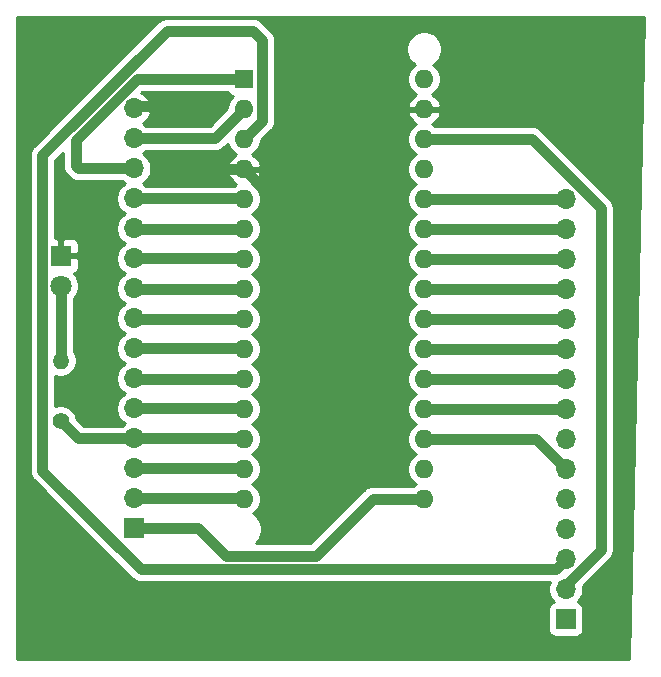
<source format=gbr>
%TF.GenerationSoftware,KiCad,Pcbnew,(5.1.6)-1*%
%TF.CreationDate,2020-08-28T22:53:53+02:00*%
%TF.ProjectId,pcbdesign,70636264-6573-4696-976e-2e6b69636164,rev?*%
%TF.SameCoordinates,Original*%
%TF.FileFunction,Copper,L1,Top*%
%TF.FilePolarity,Positive*%
%FSLAX46Y46*%
G04 Gerber Fmt 4.6, Leading zero omitted, Abs format (unit mm)*
G04 Created by KiCad (PCBNEW (5.1.6)-1) date 2020-08-28 22:53:53*
%MOMM*%
%LPD*%
G01*
G04 APERTURE LIST*
%TA.AperFunction,ComponentPad*%
%ADD10R,1.700000X1.700000*%
%TD*%
%TA.AperFunction,ComponentPad*%
%ADD11O,1.700000X1.700000*%
%TD*%
%TA.AperFunction,ComponentPad*%
%ADD12R,1.600000X1.600000*%
%TD*%
%TA.AperFunction,ComponentPad*%
%ADD13O,1.600000X1.600000*%
%TD*%
%TA.AperFunction,ComponentPad*%
%ADD14R,1.800000X1.800000*%
%TD*%
%TA.AperFunction,ComponentPad*%
%ADD15C,1.800000*%
%TD*%
%TA.AperFunction,ComponentPad*%
%ADD16C,1.400000*%
%TD*%
%TA.AperFunction,ComponentPad*%
%ADD17O,1.400000X1.400000*%
%TD*%
%TA.AperFunction,ViaPad*%
%ADD18C,0.800000*%
%TD*%
%TA.AperFunction,Conductor*%
%ADD19C,0.900000*%
%TD*%
%TA.AperFunction,Conductor*%
%ADD20C,0.254000*%
%TD*%
G04 APERTURE END LIST*
D10*
%TO.P,J1,1*%
%TO.N,Net-(A1-Pad16)*%
X97625874Y-129753609D03*
D11*
%TO.P,J1,2*%
%TO.N,Net-(A1-Pad15)*%
X97625874Y-127213609D03*
%TO.P,J1,3*%
%TO.N,Net-(A1-Pad14)*%
X97625874Y-124673609D03*
%TO.P,J1,4*%
%TO.N,Net-(A1-Pad13)*%
X97625874Y-122133609D03*
%TO.P,J1,5*%
%TO.N,Net-(A1-Pad12)*%
X97625874Y-119593609D03*
%TO.P,J1,6*%
%TO.N,Net-(A1-Pad11)*%
X97625874Y-117053609D03*
%TO.P,J1,7*%
%TO.N,Net-(A1-Pad10)*%
X97625874Y-114513609D03*
%TO.P,J1,8*%
%TO.N,Net-(A1-Pad9)*%
X97625874Y-111973609D03*
%TO.P,J1,9*%
%TO.N,Net-(A1-Pad8)*%
X97625874Y-109433609D03*
%TO.P,J1,10*%
%TO.N,Net-(A1-Pad7)*%
X97625874Y-106893609D03*
%TO.P,J1,11*%
%TO.N,Net-(A1-Pad6)*%
X97625874Y-104353609D03*
%TO.P,J1,12*%
%TO.N,Net-(A1-Pad5)*%
X97625874Y-101813609D03*
%TO.P,J1,13*%
%TO.N,Net-(A1-Pad1)*%
X97625874Y-99273609D03*
%TO.P,J1,14*%
%TO.N,Net-(A1-Pad2)*%
X97625874Y-96733609D03*
%TO.P,J1,15*%
%TO.N,GND*%
X97625874Y-94193609D03*
%TD*%
D12*
%TO.P,A1,1*%
%TO.N,Net-(A1-Pad1)*%
X106965001Y-91715001D03*
D13*
%TO.P,A1,17*%
%TO.N,Net-(A1-Pad17)*%
X122205001Y-124735001D03*
%TO.P,A1,2*%
%TO.N,Net-(A1-Pad2)*%
X106965001Y-94255001D03*
%TO.P,A1,18*%
%TO.N,Net-(A1-Pad18)*%
X122205001Y-122195001D03*
%TO.P,A1,3*%
%TO.N,Net-(A1-Pad3)*%
X106965001Y-96795001D03*
%TO.P,A1,19*%
%TO.N,Net-(A1-Pad19)*%
X122205001Y-119655001D03*
%TO.P,A1,4*%
%TO.N,GND*%
X106965001Y-99335001D03*
%TO.P,A1,20*%
%TO.N,Net-(A1-Pad20)*%
X122205001Y-117115001D03*
%TO.P,A1,5*%
%TO.N,Net-(A1-Pad5)*%
X106965001Y-101875001D03*
%TO.P,A1,21*%
%TO.N,Net-(A1-Pad21)*%
X122205001Y-114575001D03*
%TO.P,A1,6*%
%TO.N,Net-(A1-Pad6)*%
X106965001Y-104415001D03*
%TO.P,A1,22*%
%TO.N,Net-(A1-Pad22)*%
X122205001Y-112035001D03*
%TO.P,A1,7*%
%TO.N,Net-(A1-Pad7)*%
X106965001Y-106955001D03*
%TO.P,A1,23*%
%TO.N,Net-(A1-Pad23)*%
X122205001Y-109495001D03*
%TO.P,A1,8*%
%TO.N,Net-(A1-Pad8)*%
X106965001Y-109495001D03*
%TO.P,A1,24*%
%TO.N,Net-(A1-Pad24)*%
X122205001Y-106955001D03*
%TO.P,A1,9*%
%TO.N,Net-(A1-Pad9)*%
X106965001Y-112035001D03*
%TO.P,A1,25*%
%TO.N,Net-(A1-Pad25)*%
X122205001Y-104415001D03*
%TO.P,A1,10*%
%TO.N,Net-(A1-Pad10)*%
X106965001Y-114575001D03*
%TO.P,A1,26*%
%TO.N,Net-(A1-Pad26)*%
X122205001Y-101875001D03*
%TO.P,A1,11*%
%TO.N,Net-(A1-Pad11)*%
X106965001Y-117115001D03*
%TO.P,A1,27*%
%TO.N,+1V5*%
X122205001Y-99335001D03*
%TO.P,A1,12*%
%TO.N,Net-(A1-Pad12)*%
X106965001Y-119655001D03*
%TO.P,A1,28*%
%TO.N,Net-(A1-Pad28)*%
X122205001Y-96795001D03*
%TO.P,A1,13*%
%TO.N,Net-(A1-Pad13)*%
X106965001Y-122195001D03*
%TO.P,A1,29*%
%TO.N,GND*%
X122205001Y-94255001D03*
%TO.P,A1,14*%
%TO.N,Net-(A1-Pad14)*%
X106965001Y-124735001D03*
%TO.P,A1,30*%
%TO.N,Net-(A1-Pad30)*%
X122205001Y-91715001D03*
%TO.P,A1,15*%
%TO.N,Net-(A1-Pad15)*%
X106965001Y-127275001D03*
%TO.P,A1,16*%
%TO.N,Net-(A1-Pad16)*%
X122205001Y-127275001D03*
%TD*%
D14*
%TO.P,D1,1*%
%TO.N,GND*%
X91440000Y-106680000D03*
D15*
%TO.P,D1,2*%
%TO.N,Net-(D1-Pad2)*%
X91440000Y-109220000D03*
%TD*%
D11*
%TO.P,J2,15*%
%TO.N,Net-(A1-Pad26)*%
X134191782Y-101878186D03*
%TO.P,J2,14*%
%TO.N,Net-(A1-Pad25)*%
X134191782Y-104418186D03*
%TO.P,J2,13*%
%TO.N,Net-(A1-Pad24)*%
X134191782Y-106958186D03*
%TO.P,J2,12*%
%TO.N,Net-(A1-Pad23)*%
X134191782Y-109498186D03*
%TO.P,J2,11*%
%TO.N,Net-(A1-Pad22)*%
X134191782Y-112038186D03*
%TO.P,J2,10*%
%TO.N,Net-(A1-Pad21)*%
X134191782Y-114578186D03*
%TO.P,J2,9*%
%TO.N,Net-(A1-Pad20)*%
X134191782Y-117118186D03*
%TO.P,J2,8*%
%TO.N,Net-(A1-Pad19)*%
X134191782Y-119658186D03*
%TO.P,J2,7*%
%TO.N,Net-(J2-Pad7)*%
X134191782Y-122198186D03*
%TO.P,J2,6*%
%TO.N,Net-(A1-Pad18)*%
X134191782Y-124738186D03*
%TO.P,J2,5*%
%TO.N,Net-(J2-Pad5)*%
X134191782Y-127278186D03*
%TO.P,J2,4*%
%TO.N,Net-(J2-Pad4)*%
X134191782Y-129818186D03*
%TO.P,J2,3*%
%TO.N,Net-(A1-Pad3)*%
X134191782Y-132358186D03*
%TO.P,J2,2*%
%TO.N,Net-(A1-Pad28)*%
X134191782Y-134898186D03*
D10*
%TO.P,J2,1*%
%TO.N,Net-(J2-Pad1)*%
X134191782Y-137438186D03*
%TD*%
D16*
%TO.P,R1,1*%
%TO.N,Net-(A1-Pad13)*%
X91440000Y-120650000D03*
D17*
%TO.P,R1,2*%
%TO.N,Net-(D1-Pad2)*%
X91440000Y-115570000D03*
%TD*%
D18*
%TO.N,GND*%
X102870000Y-99060000D03*
X101600000Y-93980000D03*
%TD*%
D19*
%TO.N,Net-(A1-Pad1)*%
X97625874Y-99273609D02*
X92923609Y-99273609D01*
X92923609Y-99273609D02*
X92710000Y-99060000D01*
X92710000Y-99060000D02*
X92710000Y-96889481D01*
X97884480Y-91715001D02*
X106965001Y-91715001D01*
X92710000Y-96889481D02*
X97884480Y-91715001D01*
%TO.N,Net-(A1-Pad2)*%
X104486393Y-96733609D02*
X106965001Y-94255001D01*
X97625874Y-96733609D02*
X104486393Y-96733609D01*
%TO.N,Net-(A1-Pad18)*%
X131648597Y-122195001D02*
X134191782Y-124738186D01*
X122205001Y-122195001D02*
X131648597Y-122195001D01*
%TO.N,Net-(A1-Pad3)*%
X108505002Y-95255000D02*
X106965001Y-96795001D01*
X108505002Y-88435800D02*
X108505002Y-95255000D01*
X107704202Y-87635000D02*
X108505002Y-88435800D01*
X100408832Y-87635000D02*
X107704202Y-87635000D01*
X98210448Y-133208185D02*
X89889999Y-124887736D01*
X133341783Y-133208185D02*
X98210448Y-133208185D01*
X89889999Y-98153833D02*
X100408832Y-87635000D01*
X89889999Y-124887736D02*
X89889999Y-98153833D01*
X134191782Y-132358186D02*
X133341783Y-133208185D01*
%TO.N,Net-(A1-Pad19)*%
X122208186Y-119658186D02*
X122205001Y-119655001D01*
X134191782Y-119658186D02*
X122208186Y-119658186D01*
%TO.N,GND*%
X106965001Y-99335001D02*
X106955001Y-99335001D01*
X112181000Y-101179000D02*
X113030000Y-100330000D01*
X106955001Y-99335001D02*
X108799000Y-101179000D01*
X108799000Y-101179000D02*
X112181000Y-101179000D01*
X106965001Y-99335001D02*
X103145001Y-99335001D01*
X103145001Y-99335001D02*
X102870000Y-99060000D01*
X97839483Y-93980000D02*
X97625874Y-94193609D01*
X101600000Y-93980000D02*
X97839483Y-93980000D01*
%TO.N,Net-(A1-Pad20)*%
X134188597Y-117115001D02*
X134191782Y-117118186D01*
X122205001Y-117115001D02*
X134188597Y-117115001D01*
%TO.N,Net-(A1-Pad5)*%
X106903609Y-101813609D02*
X106965001Y-101875001D01*
X97625874Y-101813609D02*
X106903609Y-101813609D01*
%TO.N,Net-(A1-Pad21)*%
X122208186Y-114578186D02*
X122205001Y-114575001D01*
X134191782Y-114578186D02*
X122208186Y-114578186D01*
%TO.N,Net-(A1-Pad6)*%
X97687266Y-104415001D02*
X97625874Y-104353609D01*
X106965001Y-104415001D02*
X97687266Y-104415001D01*
%TO.N,Net-(A1-Pad22)*%
X134188597Y-112035001D02*
X134191782Y-112038186D01*
X122205001Y-112035001D02*
X134188597Y-112035001D01*
%TO.N,Net-(A1-Pad7)*%
X106903609Y-106893609D02*
X106965001Y-106955001D01*
X97625874Y-106893609D02*
X106903609Y-106893609D01*
%TO.N,Net-(A1-Pad23)*%
X122208186Y-109498186D02*
X122205001Y-109495001D01*
X134191782Y-109498186D02*
X122208186Y-109498186D01*
%TO.N,Net-(A1-Pad8)*%
X97687266Y-109495001D02*
X97625874Y-109433609D01*
X106965001Y-109495001D02*
X97687266Y-109495001D01*
%TO.N,Net-(A1-Pad24)*%
X134188597Y-106955001D02*
X134191782Y-106958186D01*
X122205001Y-106955001D02*
X134188597Y-106955001D01*
%TO.N,Net-(A1-Pad9)*%
X97687266Y-112035001D02*
X97625874Y-111973609D01*
X106965001Y-112035001D02*
X97687266Y-112035001D01*
%TO.N,Net-(A1-Pad25)*%
X122208186Y-104418186D02*
X122205001Y-104415001D01*
X134191782Y-104418186D02*
X122208186Y-104418186D01*
%TO.N,Net-(A1-Pad10)*%
X106903609Y-114513609D02*
X106965001Y-114575001D01*
X97625874Y-114513609D02*
X106903609Y-114513609D01*
%TO.N,Net-(A1-Pad26)*%
X134188597Y-101875001D02*
X134191782Y-101878186D01*
X122205001Y-101875001D02*
X134188597Y-101875001D01*
%TO.N,Net-(A1-Pad11)*%
X97687266Y-117115001D02*
X97625874Y-117053609D01*
X106965001Y-117115001D02*
X97687266Y-117115001D01*
%TO.N,Net-(A1-Pad12)*%
X106903609Y-119593609D02*
X106965001Y-119655001D01*
X97625874Y-119593609D02*
X106903609Y-119593609D01*
%TO.N,Net-(A1-Pad28)*%
X131328599Y-96795001D02*
X137160000Y-102626402D01*
X122205001Y-96795001D02*
X131328599Y-96795001D01*
X137160000Y-131609970D02*
X134149970Y-134620000D01*
X137160000Y-102626402D02*
X137160000Y-131609970D01*
X134149970Y-134856374D02*
X134191782Y-134898186D01*
X134149970Y-134620000D02*
X134149970Y-134856374D01*
%TO.N,Net-(A1-Pad13)*%
X106903609Y-122133609D02*
X106965001Y-122195001D01*
X97625874Y-122133609D02*
X106903609Y-122133609D01*
X92923609Y-122133609D02*
X91440000Y-120650000D01*
X97625874Y-122133609D02*
X92923609Y-122133609D01*
%TO.N,Net-(A1-Pad14)*%
X106903609Y-124673609D02*
X106965001Y-124735001D01*
X97625874Y-124673609D02*
X106903609Y-124673609D01*
%TO.N,Net-(A1-Pad15)*%
X106903609Y-127213609D02*
X106965001Y-127275001D01*
X97625874Y-127213609D02*
X106903609Y-127213609D01*
%TO.N,Net-(A1-Pad16)*%
X97625874Y-129753609D02*
X103083609Y-129753609D01*
X103083609Y-129753609D02*
X105410000Y-132080000D01*
X105410000Y-132080000D02*
X113030000Y-132080000D01*
X117834999Y-127275001D02*
X122205001Y-127275001D01*
X113030000Y-132080000D02*
X117834999Y-127275001D01*
%TO.N,Net-(D1-Pad2)*%
X91440000Y-115570000D02*
X91440000Y-109220000D01*
%TD*%
D20*
%TO.N,GND*%
G36*
X139575919Y-140843000D02*
G01*
X87757000Y-140843000D01*
X87757000Y-98153833D01*
X88799751Y-98153833D01*
X88805000Y-98207129D01*
X88804999Y-124834450D01*
X88799751Y-124887736D01*
X88804999Y-124941022D01*
X88804999Y-124941029D01*
X88805656Y-124947697D01*
X88820699Y-125100433D01*
X88836409Y-125152221D01*
X88882740Y-125304955D01*
X88983490Y-125493446D01*
X89119077Y-125658658D01*
X89160473Y-125692631D01*
X97405557Y-133937716D01*
X97439526Y-133979107D01*
X97480917Y-134013076D01*
X97480921Y-134013080D01*
X97527711Y-134051479D01*
X97604738Y-134114694D01*
X97793228Y-134215444D01*
X97997751Y-134277485D01*
X98157154Y-134293185D01*
X98157162Y-134293185D01*
X98210448Y-134298433D01*
X98263734Y-134293185D01*
X132835029Y-134293185D01*
X132763850Y-134465028D01*
X132706782Y-134751926D01*
X132706782Y-135044446D01*
X132763850Y-135331344D01*
X132875792Y-135601597D01*
X133038307Y-135844818D01*
X133170162Y-135976673D01*
X133097602Y-135998684D01*
X132987288Y-136057649D01*
X132890597Y-136137001D01*
X132811245Y-136233692D01*
X132752280Y-136344006D01*
X132715970Y-136463704D01*
X132703710Y-136588186D01*
X132703710Y-138288186D01*
X132715970Y-138412668D01*
X132752280Y-138532366D01*
X132811245Y-138642680D01*
X132890597Y-138739371D01*
X132987288Y-138818723D01*
X133097602Y-138877688D01*
X133217300Y-138913998D01*
X133341782Y-138926258D01*
X135041782Y-138926258D01*
X135166264Y-138913998D01*
X135285962Y-138877688D01*
X135396276Y-138818723D01*
X135492967Y-138739371D01*
X135572319Y-138642680D01*
X135631284Y-138532366D01*
X135667594Y-138412668D01*
X135679854Y-138288186D01*
X135679854Y-136588186D01*
X135667594Y-136463704D01*
X135631284Y-136344006D01*
X135572319Y-136233692D01*
X135492967Y-136137001D01*
X135396276Y-136057649D01*
X135285962Y-135998684D01*
X135213402Y-135976673D01*
X135345257Y-135844818D01*
X135507772Y-135601597D01*
X135619714Y-135331344D01*
X135676782Y-135044446D01*
X135676782Y-134751926D01*
X135656156Y-134648235D01*
X137889531Y-132414861D01*
X137930922Y-132380892D01*
X137964891Y-132339501D01*
X137964895Y-132339497D01*
X138008343Y-132286555D01*
X138066509Y-132215680D01*
X138167259Y-132027190D01*
X138229300Y-131822667D01*
X138245000Y-131663264D01*
X138245000Y-131663257D01*
X138250248Y-131609971D01*
X138245000Y-131556685D01*
X138245000Y-102679687D01*
X138250248Y-102626401D01*
X138245000Y-102573115D01*
X138245000Y-102573108D01*
X138229300Y-102413705D01*
X138167259Y-102209182D01*
X138066509Y-102020692D01*
X138046838Y-101996722D01*
X137964895Y-101896875D01*
X137964891Y-101896871D01*
X137930922Y-101855480D01*
X137889531Y-101821511D01*
X132133494Y-96065475D01*
X132099521Y-96024079D01*
X131934309Y-95888492D01*
X131745819Y-95787742D01*
X131541296Y-95725701D01*
X131381893Y-95710001D01*
X131381885Y-95710001D01*
X131328599Y-95704753D01*
X131275313Y-95710001D01*
X123149397Y-95710001D01*
X123119760Y-95680364D01*
X122884728Y-95523321D01*
X122874136Y-95518934D01*
X123060132Y-95407386D01*
X123268520Y-95218415D01*
X123436038Y-94992421D01*
X123556247Y-94738088D01*
X123596905Y-94604040D01*
X123474916Y-94382001D01*
X122332001Y-94382001D01*
X122332001Y-94402001D01*
X122078001Y-94402001D01*
X122078001Y-94382001D01*
X120935086Y-94382001D01*
X120813097Y-94604040D01*
X120853755Y-94738088D01*
X120973964Y-94992421D01*
X121141482Y-95218415D01*
X121349870Y-95407386D01*
X121535866Y-95518934D01*
X121525274Y-95523321D01*
X121290242Y-95680364D01*
X121090364Y-95880242D01*
X120933321Y-96115274D01*
X120825148Y-96376427D01*
X120770001Y-96653666D01*
X120770001Y-96936336D01*
X120825148Y-97213575D01*
X120933321Y-97474728D01*
X121090364Y-97709760D01*
X121290242Y-97909638D01*
X121522760Y-98065001D01*
X121290242Y-98220364D01*
X121090364Y-98420242D01*
X120933321Y-98655274D01*
X120825148Y-98916427D01*
X120770001Y-99193666D01*
X120770001Y-99476336D01*
X120825148Y-99753575D01*
X120933321Y-100014728D01*
X121090364Y-100249760D01*
X121290242Y-100449638D01*
X121522760Y-100605001D01*
X121290242Y-100760364D01*
X121090364Y-100960242D01*
X120933321Y-101195274D01*
X120825148Y-101456427D01*
X120770001Y-101733666D01*
X120770001Y-102016336D01*
X120825148Y-102293575D01*
X120933321Y-102554728D01*
X121090364Y-102789760D01*
X121290242Y-102989638D01*
X121522760Y-103145001D01*
X121290242Y-103300364D01*
X121090364Y-103500242D01*
X120933321Y-103735274D01*
X120825148Y-103996427D01*
X120770001Y-104273666D01*
X120770001Y-104556336D01*
X120825148Y-104833575D01*
X120933321Y-105094728D01*
X121090364Y-105329760D01*
X121290242Y-105529638D01*
X121522760Y-105685001D01*
X121290242Y-105840364D01*
X121090364Y-106040242D01*
X120933321Y-106275274D01*
X120825148Y-106536427D01*
X120770001Y-106813666D01*
X120770001Y-107096336D01*
X120825148Y-107373575D01*
X120933321Y-107634728D01*
X121090364Y-107869760D01*
X121290242Y-108069638D01*
X121522760Y-108225001D01*
X121290242Y-108380364D01*
X121090364Y-108580242D01*
X120933321Y-108815274D01*
X120825148Y-109076427D01*
X120770001Y-109353666D01*
X120770001Y-109636336D01*
X120825148Y-109913575D01*
X120933321Y-110174728D01*
X121090364Y-110409760D01*
X121290242Y-110609638D01*
X121522760Y-110765001D01*
X121290242Y-110920364D01*
X121090364Y-111120242D01*
X120933321Y-111355274D01*
X120825148Y-111616427D01*
X120770001Y-111893666D01*
X120770001Y-112176336D01*
X120825148Y-112453575D01*
X120933321Y-112714728D01*
X121090364Y-112949760D01*
X121290242Y-113149638D01*
X121522760Y-113305001D01*
X121290242Y-113460364D01*
X121090364Y-113660242D01*
X120933321Y-113895274D01*
X120825148Y-114156427D01*
X120770001Y-114433666D01*
X120770001Y-114716336D01*
X120825148Y-114993575D01*
X120933321Y-115254728D01*
X121090364Y-115489760D01*
X121290242Y-115689638D01*
X121522760Y-115845001D01*
X121290242Y-116000364D01*
X121090364Y-116200242D01*
X120933321Y-116435274D01*
X120825148Y-116696427D01*
X120770001Y-116973666D01*
X120770001Y-117256336D01*
X120825148Y-117533575D01*
X120933321Y-117794728D01*
X121090364Y-118029760D01*
X121290242Y-118229638D01*
X121522760Y-118385001D01*
X121290242Y-118540364D01*
X121090364Y-118740242D01*
X120933321Y-118975274D01*
X120825148Y-119236427D01*
X120770001Y-119513666D01*
X120770001Y-119796336D01*
X120825148Y-120073575D01*
X120933321Y-120334728D01*
X121090364Y-120569760D01*
X121290242Y-120769638D01*
X121522760Y-120925001D01*
X121290242Y-121080364D01*
X121090364Y-121280242D01*
X120933321Y-121515274D01*
X120825148Y-121776427D01*
X120770001Y-122053666D01*
X120770001Y-122336336D01*
X120825148Y-122613575D01*
X120933321Y-122874728D01*
X121090364Y-123109760D01*
X121290242Y-123309638D01*
X121522760Y-123465001D01*
X121290242Y-123620364D01*
X121090364Y-123820242D01*
X120933321Y-124055274D01*
X120825148Y-124316427D01*
X120770001Y-124593666D01*
X120770001Y-124876336D01*
X120825148Y-125153575D01*
X120933321Y-125414728D01*
X121090364Y-125649760D01*
X121290242Y-125849638D01*
X121522760Y-126005001D01*
X121290242Y-126160364D01*
X121260605Y-126190001D01*
X117888285Y-126190001D01*
X117834999Y-126184753D01*
X117781713Y-126190001D01*
X117781705Y-126190001D01*
X117622302Y-126205701D01*
X117417779Y-126267742D01*
X117229289Y-126368492D01*
X117180279Y-126408714D01*
X117105472Y-126470106D01*
X117105468Y-126470110D01*
X117064077Y-126504079D01*
X117030108Y-126545470D01*
X112580579Y-130995000D01*
X107941678Y-130995000D01*
X108149546Y-130787132D01*
X108316439Y-130537359D01*
X108431396Y-130259827D01*
X108490001Y-129965200D01*
X108490001Y-129664802D01*
X108431396Y-129370175D01*
X108316439Y-129092643D01*
X108149546Y-128842870D01*
X107937132Y-128630456D01*
X107728241Y-128490880D01*
X107879760Y-128389638D01*
X108079638Y-128189760D01*
X108236681Y-127954728D01*
X108344854Y-127693575D01*
X108400001Y-127416336D01*
X108400001Y-127133666D01*
X108344854Y-126856427D01*
X108236681Y-126595274D01*
X108079638Y-126360242D01*
X107879760Y-126160364D01*
X107647242Y-126005001D01*
X107879760Y-125849638D01*
X108079638Y-125649760D01*
X108236681Y-125414728D01*
X108344854Y-125153575D01*
X108400001Y-124876336D01*
X108400001Y-124593666D01*
X108344854Y-124316427D01*
X108236681Y-124055274D01*
X108079638Y-123820242D01*
X107879760Y-123620364D01*
X107647242Y-123465001D01*
X107879760Y-123309638D01*
X108079638Y-123109760D01*
X108236681Y-122874728D01*
X108344854Y-122613575D01*
X108400001Y-122336336D01*
X108400001Y-122053666D01*
X108344854Y-121776427D01*
X108236681Y-121515274D01*
X108079638Y-121280242D01*
X107879760Y-121080364D01*
X107647242Y-120925001D01*
X107879760Y-120769638D01*
X108079638Y-120569760D01*
X108236681Y-120334728D01*
X108344854Y-120073575D01*
X108400001Y-119796336D01*
X108400001Y-119513666D01*
X108344854Y-119236427D01*
X108236681Y-118975274D01*
X108079638Y-118740242D01*
X107879760Y-118540364D01*
X107647242Y-118385001D01*
X107879760Y-118229638D01*
X108079638Y-118029760D01*
X108236681Y-117794728D01*
X108344854Y-117533575D01*
X108400001Y-117256336D01*
X108400001Y-116973666D01*
X108344854Y-116696427D01*
X108236681Y-116435274D01*
X108079638Y-116200242D01*
X107879760Y-116000364D01*
X107647242Y-115845001D01*
X107879760Y-115689638D01*
X108079638Y-115489760D01*
X108236681Y-115254728D01*
X108344854Y-114993575D01*
X108400001Y-114716336D01*
X108400001Y-114433666D01*
X108344854Y-114156427D01*
X108236681Y-113895274D01*
X108079638Y-113660242D01*
X107879760Y-113460364D01*
X107647242Y-113305001D01*
X107879760Y-113149638D01*
X108079638Y-112949760D01*
X108236681Y-112714728D01*
X108344854Y-112453575D01*
X108400001Y-112176336D01*
X108400001Y-111893666D01*
X108344854Y-111616427D01*
X108236681Y-111355274D01*
X108079638Y-111120242D01*
X107879760Y-110920364D01*
X107647242Y-110765001D01*
X107879760Y-110609638D01*
X108079638Y-110409760D01*
X108236681Y-110174728D01*
X108344854Y-109913575D01*
X108400001Y-109636336D01*
X108400001Y-109353666D01*
X108344854Y-109076427D01*
X108236681Y-108815274D01*
X108079638Y-108580242D01*
X107879760Y-108380364D01*
X107647242Y-108225001D01*
X107879760Y-108069638D01*
X108079638Y-107869760D01*
X108236681Y-107634728D01*
X108344854Y-107373575D01*
X108400001Y-107096336D01*
X108400001Y-106813666D01*
X108344854Y-106536427D01*
X108236681Y-106275274D01*
X108079638Y-106040242D01*
X107879760Y-105840364D01*
X107647242Y-105685001D01*
X107879760Y-105529638D01*
X108079638Y-105329760D01*
X108236681Y-105094728D01*
X108344854Y-104833575D01*
X108400001Y-104556336D01*
X108400001Y-104273666D01*
X108344854Y-103996427D01*
X108236681Y-103735274D01*
X108079638Y-103500242D01*
X107879760Y-103300364D01*
X107647242Y-103145001D01*
X107879760Y-102989638D01*
X108079638Y-102789760D01*
X108236681Y-102554728D01*
X108344854Y-102293575D01*
X108400001Y-102016336D01*
X108400001Y-101733666D01*
X108344854Y-101456427D01*
X108236681Y-101195274D01*
X108079638Y-100960242D01*
X107879760Y-100760364D01*
X107644728Y-100603321D01*
X107634136Y-100598934D01*
X107820132Y-100487386D01*
X108028520Y-100298415D01*
X108196038Y-100072421D01*
X108316247Y-99818088D01*
X108356905Y-99684040D01*
X108234916Y-99462001D01*
X107092001Y-99462001D01*
X107092001Y-99482001D01*
X106838001Y-99482001D01*
X106838001Y-99462001D01*
X105695086Y-99462001D01*
X105573097Y-99684040D01*
X105613755Y-99818088D01*
X105733964Y-100072421D01*
X105901482Y-100298415D01*
X106109870Y-100487386D01*
X106295866Y-100598934D01*
X106285274Y-100603321D01*
X106097767Y-100728609D01*
X98640981Y-100728609D01*
X98572506Y-100660134D01*
X98398114Y-100543609D01*
X98572506Y-100427084D01*
X98779349Y-100220241D01*
X98941864Y-99977020D01*
X99053806Y-99706767D01*
X99110874Y-99419869D01*
X99110874Y-99127349D01*
X99053806Y-98840451D01*
X98941864Y-98570198D01*
X98779349Y-98326977D01*
X98572506Y-98120134D01*
X98398114Y-98003609D01*
X98572506Y-97887084D01*
X98640981Y-97818609D01*
X104433107Y-97818609D01*
X104486393Y-97823857D01*
X104539679Y-97818609D01*
X104539687Y-97818609D01*
X104699090Y-97802909D01*
X104903613Y-97740868D01*
X105092103Y-97640118D01*
X105257315Y-97504531D01*
X105291288Y-97463135D01*
X105577798Y-97176625D01*
X105585148Y-97213575D01*
X105693321Y-97474728D01*
X105850364Y-97709760D01*
X106050242Y-97909638D01*
X106285274Y-98066681D01*
X106295866Y-98071068D01*
X106109870Y-98182616D01*
X105901482Y-98371587D01*
X105733964Y-98597581D01*
X105613755Y-98851914D01*
X105573097Y-98985962D01*
X105695086Y-99208001D01*
X106838001Y-99208001D01*
X106838001Y-99188001D01*
X107092001Y-99188001D01*
X107092001Y-99208001D01*
X108234916Y-99208001D01*
X108356905Y-98985962D01*
X108316247Y-98851914D01*
X108196038Y-98597581D01*
X108028520Y-98371587D01*
X107820132Y-98182616D01*
X107634136Y-98071068D01*
X107644728Y-98066681D01*
X107879760Y-97909638D01*
X108079638Y-97709760D01*
X108236681Y-97474728D01*
X108344854Y-97213575D01*
X108400001Y-96936336D01*
X108400001Y-96894422D01*
X109234533Y-96059891D01*
X109275924Y-96025922D01*
X109309893Y-95984531D01*
X109309897Y-95984527D01*
X109411510Y-95860711D01*
X109411511Y-95860710D01*
X109512261Y-95672220D01*
X109574302Y-95467697D01*
X109590002Y-95308294D01*
X109590002Y-95308287D01*
X109595250Y-95255001D01*
X109590002Y-95201715D01*
X109590002Y-89024802D01*
X120680001Y-89024802D01*
X120680001Y-89325200D01*
X120738606Y-89619827D01*
X120853563Y-89897359D01*
X121020456Y-90147132D01*
X121232870Y-90359546D01*
X121441761Y-90499122D01*
X121290242Y-90600364D01*
X121090364Y-90800242D01*
X120933321Y-91035274D01*
X120825148Y-91296427D01*
X120770001Y-91573666D01*
X120770001Y-91856336D01*
X120825148Y-92133575D01*
X120933321Y-92394728D01*
X121090364Y-92629760D01*
X121290242Y-92829638D01*
X121525274Y-92986681D01*
X121535866Y-92991068D01*
X121349870Y-93102616D01*
X121141482Y-93291587D01*
X120973964Y-93517581D01*
X120853755Y-93771914D01*
X120813097Y-93905962D01*
X120935086Y-94128001D01*
X122078001Y-94128001D01*
X122078001Y-94108001D01*
X122332001Y-94108001D01*
X122332001Y-94128001D01*
X123474916Y-94128001D01*
X123596905Y-93905962D01*
X123556247Y-93771914D01*
X123436038Y-93517581D01*
X123268520Y-93291587D01*
X123060132Y-93102616D01*
X122874136Y-92991068D01*
X122884728Y-92986681D01*
X123119760Y-92829638D01*
X123319638Y-92629760D01*
X123476681Y-92394728D01*
X123584854Y-92133575D01*
X123640001Y-91856336D01*
X123640001Y-91573666D01*
X123584854Y-91296427D01*
X123476681Y-91035274D01*
X123319638Y-90800242D01*
X123119760Y-90600364D01*
X122968241Y-90499122D01*
X123177132Y-90359546D01*
X123389546Y-90147132D01*
X123556439Y-89897359D01*
X123671396Y-89619827D01*
X123730001Y-89325200D01*
X123730001Y-89024802D01*
X123671396Y-88730175D01*
X123556439Y-88452643D01*
X123389546Y-88202870D01*
X123177132Y-87990456D01*
X122927359Y-87823563D01*
X122649827Y-87708606D01*
X122355200Y-87650001D01*
X122054802Y-87650001D01*
X121760175Y-87708606D01*
X121482643Y-87823563D01*
X121232870Y-87990456D01*
X121020456Y-88202870D01*
X120853563Y-88452643D01*
X120738606Y-88730175D01*
X120680001Y-89024802D01*
X109590002Y-89024802D01*
X109590002Y-88489085D01*
X109595250Y-88435799D01*
X109590002Y-88382513D01*
X109590002Y-88382506D01*
X109574302Y-88223103D01*
X109568165Y-88202870D01*
X109555482Y-88161061D01*
X109512261Y-88018580D01*
X109411511Y-87830090D01*
X109353345Y-87759215D01*
X109309897Y-87706273D01*
X109309893Y-87706269D01*
X109275924Y-87664878D01*
X109234533Y-87630909D01*
X108509097Y-86905474D01*
X108475124Y-86864078D01*
X108309912Y-86728491D01*
X108121422Y-86627741D01*
X107916899Y-86565700D01*
X107757496Y-86550000D01*
X107757488Y-86550000D01*
X107704202Y-86544752D01*
X107650916Y-86550000D01*
X100462117Y-86550000D01*
X100408831Y-86544752D01*
X100355545Y-86550000D01*
X100355538Y-86550000D01*
X100215910Y-86563752D01*
X100196134Y-86565700D01*
X100134093Y-86584520D01*
X99991612Y-86627741D01*
X99803122Y-86728491D01*
X99732247Y-86786657D01*
X99679305Y-86830105D01*
X99679301Y-86830109D01*
X99637910Y-86864078D01*
X99603941Y-86905469D01*
X89160469Y-97348942D01*
X89119078Y-97382911D01*
X89085109Y-97424302D01*
X89085104Y-97424307D01*
X89043725Y-97474728D01*
X88983491Y-97548123D01*
X88901504Y-97701510D01*
X88882741Y-97736613D01*
X88820699Y-97941136D01*
X88799751Y-98153833D01*
X87757000Y-98153833D01*
X87757000Y-86487000D01*
X140840012Y-86487000D01*
X139575919Y-140843000D01*
G37*
X139575919Y-140843000D02*
X87757000Y-140843000D01*
X87757000Y-98153833D01*
X88799751Y-98153833D01*
X88805000Y-98207129D01*
X88804999Y-124834450D01*
X88799751Y-124887736D01*
X88804999Y-124941022D01*
X88804999Y-124941029D01*
X88805656Y-124947697D01*
X88820699Y-125100433D01*
X88836409Y-125152221D01*
X88882740Y-125304955D01*
X88983490Y-125493446D01*
X89119077Y-125658658D01*
X89160473Y-125692631D01*
X97405557Y-133937716D01*
X97439526Y-133979107D01*
X97480917Y-134013076D01*
X97480921Y-134013080D01*
X97527711Y-134051479D01*
X97604738Y-134114694D01*
X97793228Y-134215444D01*
X97997751Y-134277485D01*
X98157154Y-134293185D01*
X98157162Y-134293185D01*
X98210448Y-134298433D01*
X98263734Y-134293185D01*
X132835029Y-134293185D01*
X132763850Y-134465028D01*
X132706782Y-134751926D01*
X132706782Y-135044446D01*
X132763850Y-135331344D01*
X132875792Y-135601597D01*
X133038307Y-135844818D01*
X133170162Y-135976673D01*
X133097602Y-135998684D01*
X132987288Y-136057649D01*
X132890597Y-136137001D01*
X132811245Y-136233692D01*
X132752280Y-136344006D01*
X132715970Y-136463704D01*
X132703710Y-136588186D01*
X132703710Y-138288186D01*
X132715970Y-138412668D01*
X132752280Y-138532366D01*
X132811245Y-138642680D01*
X132890597Y-138739371D01*
X132987288Y-138818723D01*
X133097602Y-138877688D01*
X133217300Y-138913998D01*
X133341782Y-138926258D01*
X135041782Y-138926258D01*
X135166264Y-138913998D01*
X135285962Y-138877688D01*
X135396276Y-138818723D01*
X135492967Y-138739371D01*
X135572319Y-138642680D01*
X135631284Y-138532366D01*
X135667594Y-138412668D01*
X135679854Y-138288186D01*
X135679854Y-136588186D01*
X135667594Y-136463704D01*
X135631284Y-136344006D01*
X135572319Y-136233692D01*
X135492967Y-136137001D01*
X135396276Y-136057649D01*
X135285962Y-135998684D01*
X135213402Y-135976673D01*
X135345257Y-135844818D01*
X135507772Y-135601597D01*
X135619714Y-135331344D01*
X135676782Y-135044446D01*
X135676782Y-134751926D01*
X135656156Y-134648235D01*
X137889531Y-132414861D01*
X137930922Y-132380892D01*
X137964891Y-132339501D01*
X137964895Y-132339497D01*
X138008343Y-132286555D01*
X138066509Y-132215680D01*
X138167259Y-132027190D01*
X138229300Y-131822667D01*
X138245000Y-131663264D01*
X138245000Y-131663257D01*
X138250248Y-131609971D01*
X138245000Y-131556685D01*
X138245000Y-102679687D01*
X138250248Y-102626401D01*
X138245000Y-102573115D01*
X138245000Y-102573108D01*
X138229300Y-102413705D01*
X138167259Y-102209182D01*
X138066509Y-102020692D01*
X138046838Y-101996722D01*
X137964895Y-101896875D01*
X137964891Y-101896871D01*
X137930922Y-101855480D01*
X137889531Y-101821511D01*
X132133494Y-96065475D01*
X132099521Y-96024079D01*
X131934309Y-95888492D01*
X131745819Y-95787742D01*
X131541296Y-95725701D01*
X131381893Y-95710001D01*
X131381885Y-95710001D01*
X131328599Y-95704753D01*
X131275313Y-95710001D01*
X123149397Y-95710001D01*
X123119760Y-95680364D01*
X122884728Y-95523321D01*
X122874136Y-95518934D01*
X123060132Y-95407386D01*
X123268520Y-95218415D01*
X123436038Y-94992421D01*
X123556247Y-94738088D01*
X123596905Y-94604040D01*
X123474916Y-94382001D01*
X122332001Y-94382001D01*
X122332001Y-94402001D01*
X122078001Y-94402001D01*
X122078001Y-94382001D01*
X120935086Y-94382001D01*
X120813097Y-94604040D01*
X120853755Y-94738088D01*
X120973964Y-94992421D01*
X121141482Y-95218415D01*
X121349870Y-95407386D01*
X121535866Y-95518934D01*
X121525274Y-95523321D01*
X121290242Y-95680364D01*
X121090364Y-95880242D01*
X120933321Y-96115274D01*
X120825148Y-96376427D01*
X120770001Y-96653666D01*
X120770001Y-96936336D01*
X120825148Y-97213575D01*
X120933321Y-97474728D01*
X121090364Y-97709760D01*
X121290242Y-97909638D01*
X121522760Y-98065001D01*
X121290242Y-98220364D01*
X121090364Y-98420242D01*
X120933321Y-98655274D01*
X120825148Y-98916427D01*
X120770001Y-99193666D01*
X120770001Y-99476336D01*
X120825148Y-99753575D01*
X120933321Y-100014728D01*
X121090364Y-100249760D01*
X121290242Y-100449638D01*
X121522760Y-100605001D01*
X121290242Y-100760364D01*
X121090364Y-100960242D01*
X120933321Y-101195274D01*
X120825148Y-101456427D01*
X120770001Y-101733666D01*
X120770001Y-102016336D01*
X120825148Y-102293575D01*
X120933321Y-102554728D01*
X121090364Y-102789760D01*
X121290242Y-102989638D01*
X121522760Y-103145001D01*
X121290242Y-103300364D01*
X121090364Y-103500242D01*
X120933321Y-103735274D01*
X120825148Y-103996427D01*
X120770001Y-104273666D01*
X120770001Y-104556336D01*
X120825148Y-104833575D01*
X120933321Y-105094728D01*
X121090364Y-105329760D01*
X121290242Y-105529638D01*
X121522760Y-105685001D01*
X121290242Y-105840364D01*
X121090364Y-106040242D01*
X120933321Y-106275274D01*
X120825148Y-106536427D01*
X120770001Y-106813666D01*
X120770001Y-107096336D01*
X120825148Y-107373575D01*
X120933321Y-107634728D01*
X121090364Y-107869760D01*
X121290242Y-108069638D01*
X121522760Y-108225001D01*
X121290242Y-108380364D01*
X121090364Y-108580242D01*
X120933321Y-108815274D01*
X120825148Y-109076427D01*
X120770001Y-109353666D01*
X120770001Y-109636336D01*
X120825148Y-109913575D01*
X120933321Y-110174728D01*
X121090364Y-110409760D01*
X121290242Y-110609638D01*
X121522760Y-110765001D01*
X121290242Y-110920364D01*
X121090364Y-111120242D01*
X120933321Y-111355274D01*
X120825148Y-111616427D01*
X120770001Y-111893666D01*
X120770001Y-112176336D01*
X120825148Y-112453575D01*
X120933321Y-112714728D01*
X121090364Y-112949760D01*
X121290242Y-113149638D01*
X121522760Y-113305001D01*
X121290242Y-113460364D01*
X121090364Y-113660242D01*
X120933321Y-113895274D01*
X120825148Y-114156427D01*
X120770001Y-114433666D01*
X120770001Y-114716336D01*
X120825148Y-114993575D01*
X120933321Y-115254728D01*
X121090364Y-115489760D01*
X121290242Y-115689638D01*
X121522760Y-115845001D01*
X121290242Y-116000364D01*
X121090364Y-116200242D01*
X120933321Y-116435274D01*
X120825148Y-116696427D01*
X120770001Y-116973666D01*
X120770001Y-117256336D01*
X120825148Y-117533575D01*
X120933321Y-117794728D01*
X121090364Y-118029760D01*
X121290242Y-118229638D01*
X121522760Y-118385001D01*
X121290242Y-118540364D01*
X121090364Y-118740242D01*
X120933321Y-118975274D01*
X120825148Y-119236427D01*
X120770001Y-119513666D01*
X120770001Y-119796336D01*
X120825148Y-120073575D01*
X120933321Y-120334728D01*
X121090364Y-120569760D01*
X121290242Y-120769638D01*
X121522760Y-120925001D01*
X121290242Y-121080364D01*
X121090364Y-121280242D01*
X120933321Y-121515274D01*
X120825148Y-121776427D01*
X120770001Y-122053666D01*
X120770001Y-122336336D01*
X120825148Y-122613575D01*
X120933321Y-122874728D01*
X121090364Y-123109760D01*
X121290242Y-123309638D01*
X121522760Y-123465001D01*
X121290242Y-123620364D01*
X121090364Y-123820242D01*
X120933321Y-124055274D01*
X120825148Y-124316427D01*
X120770001Y-124593666D01*
X120770001Y-124876336D01*
X120825148Y-125153575D01*
X120933321Y-125414728D01*
X121090364Y-125649760D01*
X121290242Y-125849638D01*
X121522760Y-126005001D01*
X121290242Y-126160364D01*
X121260605Y-126190001D01*
X117888285Y-126190001D01*
X117834999Y-126184753D01*
X117781713Y-126190001D01*
X117781705Y-126190001D01*
X117622302Y-126205701D01*
X117417779Y-126267742D01*
X117229289Y-126368492D01*
X117180279Y-126408714D01*
X117105472Y-126470106D01*
X117105468Y-126470110D01*
X117064077Y-126504079D01*
X117030108Y-126545470D01*
X112580579Y-130995000D01*
X107941678Y-130995000D01*
X108149546Y-130787132D01*
X108316439Y-130537359D01*
X108431396Y-130259827D01*
X108490001Y-129965200D01*
X108490001Y-129664802D01*
X108431396Y-129370175D01*
X108316439Y-129092643D01*
X108149546Y-128842870D01*
X107937132Y-128630456D01*
X107728241Y-128490880D01*
X107879760Y-128389638D01*
X108079638Y-128189760D01*
X108236681Y-127954728D01*
X108344854Y-127693575D01*
X108400001Y-127416336D01*
X108400001Y-127133666D01*
X108344854Y-126856427D01*
X108236681Y-126595274D01*
X108079638Y-126360242D01*
X107879760Y-126160364D01*
X107647242Y-126005001D01*
X107879760Y-125849638D01*
X108079638Y-125649760D01*
X108236681Y-125414728D01*
X108344854Y-125153575D01*
X108400001Y-124876336D01*
X108400001Y-124593666D01*
X108344854Y-124316427D01*
X108236681Y-124055274D01*
X108079638Y-123820242D01*
X107879760Y-123620364D01*
X107647242Y-123465001D01*
X107879760Y-123309638D01*
X108079638Y-123109760D01*
X108236681Y-122874728D01*
X108344854Y-122613575D01*
X108400001Y-122336336D01*
X108400001Y-122053666D01*
X108344854Y-121776427D01*
X108236681Y-121515274D01*
X108079638Y-121280242D01*
X107879760Y-121080364D01*
X107647242Y-120925001D01*
X107879760Y-120769638D01*
X108079638Y-120569760D01*
X108236681Y-120334728D01*
X108344854Y-120073575D01*
X108400001Y-119796336D01*
X108400001Y-119513666D01*
X108344854Y-119236427D01*
X108236681Y-118975274D01*
X108079638Y-118740242D01*
X107879760Y-118540364D01*
X107647242Y-118385001D01*
X107879760Y-118229638D01*
X108079638Y-118029760D01*
X108236681Y-117794728D01*
X108344854Y-117533575D01*
X108400001Y-117256336D01*
X108400001Y-116973666D01*
X108344854Y-116696427D01*
X108236681Y-116435274D01*
X108079638Y-116200242D01*
X107879760Y-116000364D01*
X107647242Y-115845001D01*
X107879760Y-115689638D01*
X108079638Y-115489760D01*
X108236681Y-115254728D01*
X108344854Y-114993575D01*
X108400001Y-114716336D01*
X108400001Y-114433666D01*
X108344854Y-114156427D01*
X108236681Y-113895274D01*
X108079638Y-113660242D01*
X107879760Y-113460364D01*
X107647242Y-113305001D01*
X107879760Y-113149638D01*
X108079638Y-112949760D01*
X108236681Y-112714728D01*
X108344854Y-112453575D01*
X108400001Y-112176336D01*
X108400001Y-111893666D01*
X108344854Y-111616427D01*
X108236681Y-111355274D01*
X108079638Y-111120242D01*
X107879760Y-110920364D01*
X107647242Y-110765001D01*
X107879760Y-110609638D01*
X108079638Y-110409760D01*
X108236681Y-110174728D01*
X108344854Y-109913575D01*
X108400001Y-109636336D01*
X108400001Y-109353666D01*
X108344854Y-109076427D01*
X108236681Y-108815274D01*
X108079638Y-108580242D01*
X107879760Y-108380364D01*
X107647242Y-108225001D01*
X107879760Y-108069638D01*
X108079638Y-107869760D01*
X108236681Y-107634728D01*
X108344854Y-107373575D01*
X108400001Y-107096336D01*
X108400001Y-106813666D01*
X108344854Y-106536427D01*
X108236681Y-106275274D01*
X108079638Y-106040242D01*
X107879760Y-105840364D01*
X107647242Y-105685001D01*
X107879760Y-105529638D01*
X108079638Y-105329760D01*
X108236681Y-105094728D01*
X108344854Y-104833575D01*
X108400001Y-104556336D01*
X108400001Y-104273666D01*
X108344854Y-103996427D01*
X108236681Y-103735274D01*
X108079638Y-103500242D01*
X107879760Y-103300364D01*
X107647242Y-103145001D01*
X107879760Y-102989638D01*
X108079638Y-102789760D01*
X108236681Y-102554728D01*
X108344854Y-102293575D01*
X108400001Y-102016336D01*
X108400001Y-101733666D01*
X108344854Y-101456427D01*
X108236681Y-101195274D01*
X108079638Y-100960242D01*
X107879760Y-100760364D01*
X107644728Y-100603321D01*
X107634136Y-100598934D01*
X107820132Y-100487386D01*
X108028520Y-100298415D01*
X108196038Y-100072421D01*
X108316247Y-99818088D01*
X108356905Y-99684040D01*
X108234916Y-99462001D01*
X107092001Y-99462001D01*
X107092001Y-99482001D01*
X106838001Y-99482001D01*
X106838001Y-99462001D01*
X105695086Y-99462001D01*
X105573097Y-99684040D01*
X105613755Y-99818088D01*
X105733964Y-100072421D01*
X105901482Y-100298415D01*
X106109870Y-100487386D01*
X106295866Y-100598934D01*
X106285274Y-100603321D01*
X106097767Y-100728609D01*
X98640981Y-100728609D01*
X98572506Y-100660134D01*
X98398114Y-100543609D01*
X98572506Y-100427084D01*
X98779349Y-100220241D01*
X98941864Y-99977020D01*
X99053806Y-99706767D01*
X99110874Y-99419869D01*
X99110874Y-99127349D01*
X99053806Y-98840451D01*
X98941864Y-98570198D01*
X98779349Y-98326977D01*
X98572506Y-98120134D01*
X98398114Y-98003609D01*
X98572506Y-97887084D01*
X98640981Y-97818609D01*
X104433107Y-97818609D01*
X104486393Y-97823857D01*
X104539679Y-97818609D01*
X104539687Y-97818609D01*
X104699090Y-97802909D01*
X104903613Y-97740868D01*
X105092103Y-97640118D01*
X105257315Y-97504531D01*
X105291288Y-97463135D01*
X105577798Y-97176625D01*
X105585148Y-97213575D01*
X105693321Y-97474728D01*
X105850364Y-97709760D01*
X106050242Y-97909638D01*
X106285274Y-98066681D01*
X106295866Y-98071068D01*
X106109870Y-98182616D01*
X105901482Y-98371587D01*
X105733964Y-98597581D01*
X105613755Y-98851914D01*
X105573097Y-98985962D01*
X105695086Y-99208001D01*
X106838001Y-99208001D01*
X106838001Y-99188001D01*
X107092001Y-99188001D01*
X107092001Y-99208001D01*
X108234916Y-99208001D01*
X108356905Y-98985962D01*
X108316247Y-98851914D01*
X108196038Y-98597581D01*
X108028520Y-98371587D01*
X107820132Y-98182616D01*
X107634136Y-98071068D01*
X107644728Y-98066681D01*
X107879760Y-97909638D01*
X108079638Y-97709760D01*
X108236681Y-97474728D01*
X108344854Y-97213575D01*
X108400001Y-96936336D01*
X108400001Y-96894422D01*
X109234533Y-96059891D01*
X109275924Y-96025922D01*
X109309893Y-95984531D01*
X109309897Y-95984527D01*
X109411510Y-95860711D01*
X109411511Y-95860710D01*
X109512261Y-95672220D01*
X109574302Y-95467697D01*
X109590002Y-95308294D01*
X109590002Y-95308287D01*
X109595250Y-95255001D01*
X109590002Y-95201715D01*
X109590002Y-89024802D01*
X120680001Y-89024802D01*
X120680001Y-89325200D01*
X120738606Y-89619827D01*
X120853563Y-89897359D01*
X121020456Y-90147132D01*
X121232870Y-90359546D01*
X121441761Y-90499122D01*
X121290242Y-90600364D01*
X121090364Y-90800242D01*
X120933321Y-91035274D01*
X120825148Y-91296427D01*
X120770001Y-91573666D01*
X120770001Y-91856336D01*
X120825148Y-92133575D01*
X120933321Y-92394728D01*
X121090364Y-92629760D01*
X121290242Y-92829638D01*
X121525274Y-92986681D01*
X121535866Y-92991068D01*
X121349870Y-93102616D01*
X121141482Y-93291587D01*
X120973964Y-93517581D01*
X120853755Y-93771914D01*
X120813097Y-93905962D01*
X120935086Y-94128001D01*
X122078001Y-94128001D01*
X122078001Y-94108001D01*
X122332001Y-94108001D01*
X122332001Y-94128001D01*
X123474916Y-94128001D01*
X123596905Y-93905962D01*
X123556247Y-93771914D01*
X123436038Y-93517581D01*
X123268520Y-93291587D01*
X123060132Y-93102616D01*
X122874136Y-92991068D01*
X122884728Y-92986681D01*
X123119760Y-92829638D01*
X123319638Y-92629760D01*
X123476681Y-92394728D01*
X123584854Y-92133575D01*
X123640001Y-91856336D01*
X123640001Y-91573666D01*
X123584854Y-91296427D01*
X123476681Y-91035274D01*
X123319638Y-90800242D01*
X123119760Y-90600364D01*
X122968241Y-90499122D01*
X123177132Y-90359546D01*
X123389546Y-90147132D01*
X123556439Y-89897359D01*
X123671396Y-89619827D01*
X123730001Y-89325200D01*
X123730001Y-89024802D01*
X123671396Y-88730175D01*
X123556439Y-88452643D01*
X123389546Y-88202870D01*
X123177132Y-87990456D01*
X122927359Y-87823563D01*
X122649827Y-87708606D01*
X122355200Y-87650001D01*
X122054802Y-87650001D01*
X121760175Y-87708606D01*
X121482643Y-87823563D01*
X121232870Y-87990456D01*
X121020456Y-88202870D01*
X120853563Y-88452643D01*
X120738606Y-88730175D01*
X120680001Y-89024802D01*
X109590002Y-89024802D01*
X109590002Y-88489085D01*
X109595250Y-88435799D01*
X109590002Y-88382513D01*
X109590002Y-88382506D01*
X109574302Y-88223103D01*
X109568165Y-88202870D01*
X109555482Y-88161061D01*
X109512261Y-88018580D01*
X109411511Y-87830090D01*
X109353345Y-87759215D01*
X109309897Y-87706273D01*
X109309893Y-87706269D01*
X109275924Y-87664878D01*
X109234533Y-87630909D01*
X108509097Y-86905474D01*
X108475124Y-86864078D01*
X108309912Y-86728491D01*
X108121422Y-86627741D01*
X107916899Y-86565700D01*
X107757496Y-86550000D01*
X107757488Y-86550000D01*
X107704202Y-86544752D01*
X107650916Y-86550000D01*
X100462117Y-86550000D01*
X100408831Y-86544752D01*
X100355545Y-86550000D01*
X100355538Y-86550000D01*
X100215910Y-86563752D01*
X100196134Y-86565700D01*
X100134093Y-86584520D01*
X99991612Y-86627741D01*
X99803122Y-86728491D01*
X99732247Y-86786657D01*
X99679305Y-86830105D01*
X99679301Y-86830109D01*
X99637910Y-86864078D01*
X99603941Y-86905469D01*
X89160469Y-97348942D01*
X89119078Y-97382911D01*
X89085109Y-97424302D01*
X89085104Y-97424307D01*
X89043725Y-97474728D01*
X88983491Y-97548123D01*
X88901504Y-97701510D01*
X88882741Y-97736613D01*
X88820699Y-97941136D01*
X88799751Y-98153833D01*
X87757000Y-98153833D01*
X87757000Y-86487000D01*
X140840012Y-86487000D01*
X139575919Y-140843000D01*
G36*
X91625000Y-99006714D02*
G01*
X91619752Y-99060000D01*
X91625000Y-99113286D01*
X91625000Y-99113293D01*
X91640700Y-99272696D01*
X91702741Y-99477219D01*
X91803491Y-99665710D01*
X91939078Y-99830922D01*
X91980474Y-99864895D01*
X92118714Y-100003135D01*
X92152687Y-100044531D01*
X92317899Y-100180118D01*
X92506389Y-100280868D01*
X92710912Y-100342909D01*
X92870315Y-100358609D01*
X92870323Y-100358609D01*
X92923609Y-100363857D01*
X92976895Y-100358609D01*
X96610767Y-100358609D01*
X96679242Y-100427084D01*
X96853634Y-100543609D01*
X96679242Y-100660134D01*
X96472399Y-100866977D01*
X96309884Y-101110198D01*
X96197942Y-101380451D01*
X96140874Y-101667349D01*
X96140874Y-101959869D01*
X96197942Y-102246767D01*
X96309884Y-102517020D01*
X96472399Y-102760241D01*
X96679242Y-102967084D01*
X96853634Y-103083609D01*
X96679242Y-103200134D01*
X96472399Y-103406977D01*
X96309884Y-103650198D01*
X96197942Y-103920451D01*
X96140874Y-104207349D01*
X96140874Y-104499869D01*
X96197942Y-104786767D01*
X96309884Y-105057020D01*
X96472399Y-105300241D01*
X96679242Y-105507084D01*
X96853634Y-105623609D01*
X96679242Y-105740134D01*
X96472399Y-105946977D01*
X96309884Y-106190198D01*
X96197942Y-106460451D01*
X96140874Y-106747349D01*
X96140874Y-107039869D01*
X96197942Y-107326767D01*
X96309884Y-107597020D01*
X96472399Y-107840241D01*
X96679242Y-108047084D01*
X96853634Y-108163609D01*
X96679242Y-108280134D01*
X96472399Y-108486977D01*
X96309884Y-108730198D01*
X96197942Y-109000451D01*
X96140874Y-109287349D01*
X96140874Y-109579869D01*
X96197942Y-109866767D01*
X96309884Y-110137020D01*
X96472399Y-110380241D01*
X96679242Y-110587084D01*
X96853634Y-110703609D01*
X96679242Y-110820134D01*
X96472399Y-111026977D01*
X96309884Y-111270198D01*
X96197942Y-111540451D01*
X96140874Y-111827349D01*
X96140874Y-112119869D01*
X96197942Y-112406767D01*
X96309884Y-112677020D01*
X96472399Y-112920241D01*
X96679242Y-113127084D01*
X96853634Y-113243609D01*
X96679242Y-113360134D01*
X96472399Y-113566977D01*
X96309884Y-113810198D01*
X96197942Y-114080451D01*
X96140874Y-114367349D01*
X96140874Y-114659869D01*
X96197942Y-114946767D01*
X96309884Y-115217020D01*
X96472399Y-115460241D01*
X96679242Y-115667084D01*
X96853634Y-115783609D01*
X96679242Y-115900134D01*
X96472399Y-116106977D01*
X96309884Y-116350198D01*
X96197942Y-116620451D01*
X96140874Y-116907349D01*
X96140874Y-117199869D01*
X96197942Y-117486767D01*
X96309884Y-117757020D01*
X96472399Y-118000241D01*
X96679242Y-118207084D01*
X96853634Y-118323609D01*
X96679242Y-118440134D01*
X96472399Y-118646977D01*
X96309884Y-118890198D01*
X96197942Y-119160451D01*
X96140874Y-119447349D01*
X96140874Y-119739869D01*
X96197942Y-120026767D01*
X96309884Y-120297020D01*
X96472399Y-120540241D01*
X96679242Y-120747084D01*
X96853634Y-120863609D01*
X96679242Y-120980134D01*
X96610767Y-121048609D01*
X93373031Y-121048609D01*
X92758131Y-120433710D01*
X92723696Y-120260595D01*
X92623061Y-120017641D01*
X92476962Y-119798987D01*
X92291013Y-119613038D01*
X92072359Y-119466939D01*
X91829405Y-119366304D01*
X91571486Y-119315000D01*
X91308514Y-119315000D01*
X91050595Y-119366304D01*
X90974999Y-119397617D01*
X90974999Y-116822383D01*
X91050595Y-116853696D01*
X91308514Y-116905000D01*
X91571486Y-116905000D01*
X91829405Y-116853696D01*
X92072359Y-116753061D01*
X92291013Y-116606962D01*
X92476962Y-116421013D01*
X92623061Y-116202359D01*
X92723696Y-115959405D01*
X92775000Y-115701486D01*
X92775000Y-115438514D01*
X92723696Y-115180595D01*
X92623061Y-114937641D01*
X92525000Y-114790881D01*
X92525000Y-110305817D01*
X92632312Y-110198505D01*
X92800299Y-109947095D01*
X92916011Y-109667743D01*
X92975000Y-109371184D01*
X92975000Y-109068816D01*
X92916011Y-108772257D01*
X92800299Y-108492905D01*
X92632312Y-108241495D01*
X92565873Y-108175056D01*
X92584180Y-108169502D01*
X92694494Y-108110537D01*
X92791185Y-108031185D01*
X92870537Y-107934494D01*
X92929502Y-107824180D01*
X92965812Y-107704482D01*
X92978072Y-107580000D01*
X92975000Y-106965750D01*
X92816250Y-106807000D01*
X91567000Y-106807000D01*
X91567000Y-106827000D01*
X91313000Y-106827000D01*
X91313000Y-106807000D01*
X91293000Y-106807000D01*
X91293000Y-106553000D01*
X91313000Y-106553000D01*
X91313000Y-105303750D01*
X91567000Y-105303750D01*
X91567000Y-106553000D01*
X92816250Y-106553000D01*
X92975000Y-106394250D01*
X92978072Y-105780000D01*
X92965812Y-105655518D01*
X92929502Y-105535820D01*
X92870537Y-105425506D01*
X92791185Y-105328815D01*
X92694494Y-105249463D01*
X92584180Y-105190498D01*
X92464482Y-105154188D01*
X92340000Y-105141928D01*
X91725750Y-105145000D01*
X91567000Y-105303750D01*
X91313000Y-105303750D01*
X91154250Y-105145000D01*
X90974999Y-105144104D01*
X90974999Y-98603254D01*
X91625001Y-97953253D01*
X91625000Y-99006714D01*
G37*
X91625000Y-99006714D02*
X91619752Y-99060000D01*
X91625000Y-99113286D01*
X91625000Y-99113293D01*
X91640700Y-99272696D01*
X91702741Y-99477219D01*
X91803491Y-99665710D01*
X91939078Y-99830922D01*
X91980474Y-99864895D01*
X92118714Y-100003135D01*
X92152687Y-100044531D01*
X92317899Y-100180118D01*
X92506389Y-100280868D01*
X92710912Y-100342909D01*
X92870315Y-100358609D01*
X92870323Y-100358609D01*
X92923609Y-100363857D01*
X92976895Y-100358609D01*
X96610767Y-100358609D01*
X96679242Y-100427084D01*
X96853634Y-100543609D01*
X96679242Y-100660134D01*
X96472399Y-100866977D01*
X96309884Y-101110198D01*
X96197942Y-101380451D01*
X96140874Y-101667349D01*
X96140874Y-101959869D01*
X96197942Y-102246767D01*
X96309884Y-102517020D01*
X96472399Y-102760241D01*
X96679242Y-102967084D01*
X96853634Y-103083609D01*
X96679242Y-103200134D01*
X96472399Y-103406977D01*
X96309884Y-103650198D01*
X96197942Y-103920451D01*
X96140874Y-104207349D01*
X96140874Y-104499869D01*
X96197942Y-104786767D01*
X96309884Y-105057020D01*
X96472399Y-105300241D01*
X96679242Y-105507084D01*
X96853634Y-105623609D01*
X96679242Y-105740134D01*
X96472399Y-105946977D01*
X96309884Y-106190198D01*
X96197942Y-106460451D01*
X96140874Y-106747349D01*
X96140874Y-107039869D01*
X96197942Y-107326767D01*
X96309884Y-107597020D01*
X96472399Y-107840241D01*
X96679242Y-108047084D01*
X96853634Y-108163609D01*
X96679242Y-108280134D01*
X96472399Y-108486977D01*
X96309884Y-108730198D01*
X96197942Y-109000451D01*
X96140874Y-109287349D01*
X96140874Y-109579869D01*
X96197942Y-109866767D01*
X96309884Y-110137020D01*
X96472399Y-110380241D01*
X96679242Y-110587084D01*
X96853634Y-110703609D01*
X96679242Y-110820134D01*
X96472399Y-111026977D01*
X96309884Y-111270198D01*
X96197942Y-111540451D01*
X96140874Y-111827349D01*
X96140874Y-112119869D01*
X96197942Y-112406767D01*
X96309884Y-112677020D01*
X96472399Y-112920241D01*
X96679242Y-113127084D01*
X96853634Y-113243609D01*
X96679242Y-113360134D01*
X96472399Y-113566977D01*
X96309884Y-113810198D01*
X96197942Y-114080451D01*
X96140874Y-114367349D01*
X96140874Y-114659869D01*
X96197942Y-114946767D01*
X96309884Y-115217020D01*
X96472399Y-115460241D01*
X96679242Y-115667084D01*
X96853634Y-115783609D01*
X96679242Y-115900134D01*
X96472399Y-116106977D01*
X96309884Y-116350198D01*
X96197942Y-116620451D01*
X96140874Y-116907349D01*
X96140874Y-117199869D01*
X96197942Y-117486767D01*
X96309884Y-117757020D01*
X96472399Y-118000241D01*
X96679242Y-118207084D01*
X96853634Y-118323609D01*
X96679242Y-118440134D01*
X96472399Y-118646977D01*
X96309884Y-118890198D01*
X96197942Y-119160451D01*
X96140874Y-119447349D01*
X96140874Y-119739869D01*
X96197942Y-120026767D01*
X96309884Y-120297020D01*
X96472399Y-120540241D01*
X96679242Y-120747084D01*
X96853634Y-120863609D01*
X96679242Y-120980134D01*
X96610767Y-121048609D01*
X93373031Y-121048609D01*
X92758131Y-120433710D01*
X92723696Y-120260595D01*
X92623061Y-120017641D01*
X92476962Y-119798987D01*
X92291013Y-119613038D01*
X92072359Y-119466939D01*
X91829405Y-119366304D01*
X91571486Y-119315000D01*
X91308514Y-119315000D01*
X91050595Y-119366304D01*
X90974999Y-119397617D01*
X90974999Y-116822383D01*
X91050595Y-116853696D01*
X91308514Y-116905000D01*
X91571486Y-116905000D01*
X91829405Y-116853696D01*
X92072359Y-116753061D01*
X92291013Y-116606962D01*
X92476962Y-116421013D01*
X92623061Y-116202359D01*
X92723696Y-115959405D01*
X92775000Y-115701486D01*
X92775000Y-115438514D01*
X92723696Y-115180595D01*
X92623061Y-114937641D01*
X92525000Y-114790881D01*
X92525000Y-110305817D01*
X92632312Y-110198505D01*
X92800299Y-109947095D01*
X92916011Y-109667743D01*
X92975000Y-109371184D01*
X92975000Y-109068816D01*
X92916011Y-108772257D01*
X92800299Y-108492905D01*
X92632312Y-108241495D01*
X92565873Y-108175056D01*
X92584180Y-108169502D01*
X92694494Y-108110537D01*
X92791185Y-108031185D01*
X92870537Y-107934494D01*
X92929502Y-107824180D01*
X92965812Y-107704482D01*
X92978072Y-107580000D01*
X92975000Y-106965750D01*
X92816250Y-106807000D01*
X91567000Y-106807000D01*
X91567000Y-106827000D01*
X91313000Y-106827000D01*
X91313000Y-106807000D01*
X91293000Y-106807000D01*
X91293000Y-106553000D01*
X91313000Y-106553000D01*
X91313000Y-105303750D01*
X91567000Y-105303750D01*
X91567000Y-106553000D01*
X92816250Y-106553000D01*
X92975000Y-106394250D01*
X92978072Y-105780000D01*
X92965812Y-105655518D01*
X92929502Y-105535820D01*
X92870537Y-105425506D01*
X92791185Y-105328815D01*
X92694494Y-105249463D01*
X92584180Y-105190498D01*
X92464482Y-105154188D01*
X92340000Y-105141928D01*
X91725750Y-105145000D01*
X91567000Y-105303750D01*
X91313000Y-105303750D01*
X91154250Y-105145000D01*
X90974999Y-105144104D01*
X90974999Y-98603254D01*
X91625001Y-97953253D01*
X91625000Y-99006714D01*
G36*
X105634464Y-92869495D02*
G01*
X105713816Y-92966186D01*
X105810507Y-93045538D01*
X105920821Y-93104503D01*
X106040519Y-93140813D01*
X106048962Y-93141644D01*
X105850364Y-93340242D01*
X105693321Y-93575274D01*
X105585148Y-93836427D01*
X105530001Y-94113666D01*
X105530001Y-94155579D01*
X104036972Y-95648609D01*
X98640981Y-95648609D01*
X98572506Y-95580134D01*
X98390340Y-95458414D01*
X98507229Y-95388787D01*
X98723462Y-95193878D01*
X98897515Y-94960529D01*
X99022699Y-94697708D01*
X99067350Y-94550499D01*
X98946029Y-94320609D01*
X97752874Y-94320609D01*
X97752874Y-94340609D01*
X97498874Y-94340609D01*
X97498874Y-94320609D01*
X97478874Y-94320609D01*
X97478874Y-94066609D01*
X97498874Y-94066609D01*
X97498874Y-94046609D01*
X97752874Y-94046609D01*
X97752874Y-94066609D01*
X98946029Y-94066609D01*
X99067350Y-93836719D01*
X99022699Y-93689510D01*
X98897515Y-93426689D01*
X98723462Y-93193340D01*
X98507229Y-92998431D01*
X98274250Y-92859653D01*
X98333902Y-92800001D01*
X105597318Y-92800001D01*
X105634464Y-92869495D01*
G37*
X105634464Y-92869495D02*
X105713816Y-92966186D01*
X105810507Y-93045538D01*
X105920821Y-93104503D01*
X106040519Y-93140813D01*
X106048962Y-93141644D01*
X105850364Y-93340242D01*
X105693321Y-93575274D01*
X105585148Y-93836427D01*
X105530001Y-94113666D01*
X105530001Y-94155579D01*
X104036972Y-95648609D01*
X98640981Y-95648609D01*
X98572506Y-95580134D01*
X98390340Y-95458414D01*
X98507229Y-95388787D01*
X98723462Y-95193878D01*
X98897515Y-94960529D01*
X99022699Y-94697708D01*
X99067350Y-94550499D01*
X98946029Y-94320609D01*
X97752874Y-94320609D01*
X97752874Y-94340609D01*
X97498874Y-94340609D01*
X97498874Y-94320609D01*
X97478874Y-94320609D01*
X97478874Y-94066609D01*
X97498874Y-94066609D01*
X97498874Y-94046609D01*
X97752874Y-94046609D01*
X97752874Y-94066609D01*
X98946029Y-94066609D01*
X99067350Y-93836719D01*
X99022699Y-93689510D01*
X98897515Y-93426689D01*
X98723462Y-93193340D01*
X98507229Y-92998431D01*
X98274250Y-92859653D01*
X98333902Y-92800001D01*
X105597318Y-92800001D01*
X105634464Y-92869495D01*
%TD*%
M02*

</source>
